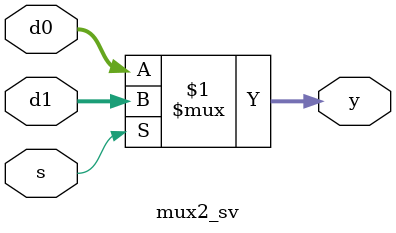
<source format=sv>
module mux2_sv
(
input logic [3:0] d0, d1,
input logic s,
output logic [3:0] y
);
assign y = s ? d1 : d0;
endmodule
</source>
